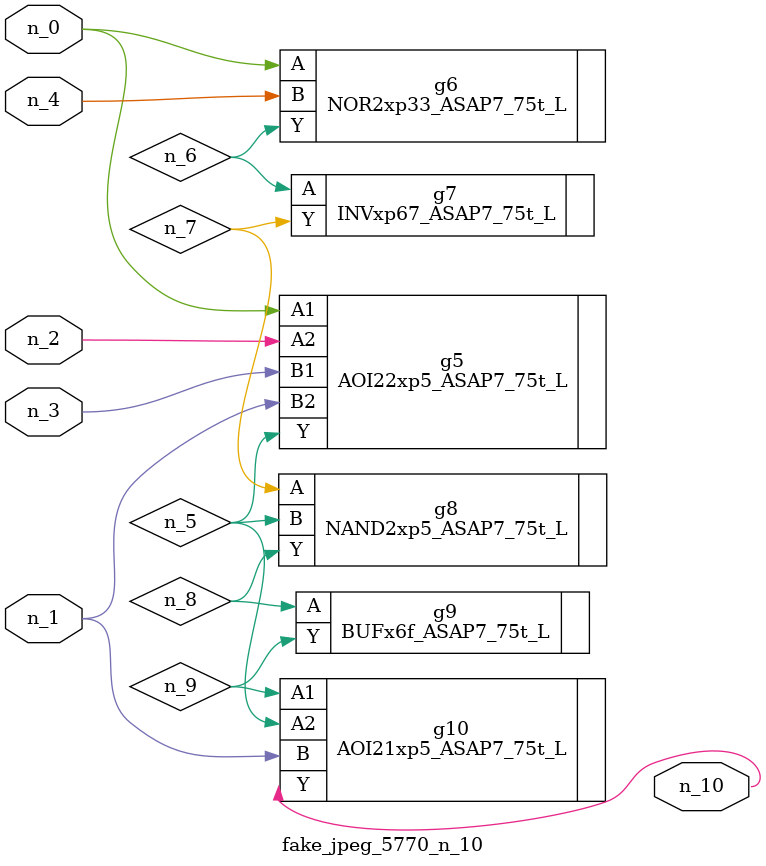
<source format=v>
module fake_jpeg_5770_n_10 (n_3, n_2, n_1, n_0, n_4, n_10);

input n_3;
input n_2;
input n_1;
input n_0;
input n_4;

output n_10;

wire n_8;
wire n_9;
wire n_6;
wire n_5;
wire n_7;

AOI22xp5_ASAP7_75t_L g5 ( 
.A1(n_0),
.A2(n_2),
.B1(n_3),
.B2(n_1),
.Y(n_5)
);

NOR2xp33_ASAP7_75t_L g6 ( 
.A(n_0),
.B(n_4),
.Y(n_6)
);

INVxp67_ASAP7_75t_L g7 ( 
.A(n_6),
.Y(n_7)
);

NAND2xp5_ASAP7_75t_L g8 ( 
.A(n_7),
.B(n_5),
.Y(n_8)
);

BUFx6f_ASAP7_75t_L g9 ( 
.A(n_8),
.Y(n_9)
);

AOI21xp5_ASAP7_75t_L g10 ( 
.A1(n_9),
.A2(n_5),
.B(n_1),
.Y(n_10)
);


endmodule
</source>
